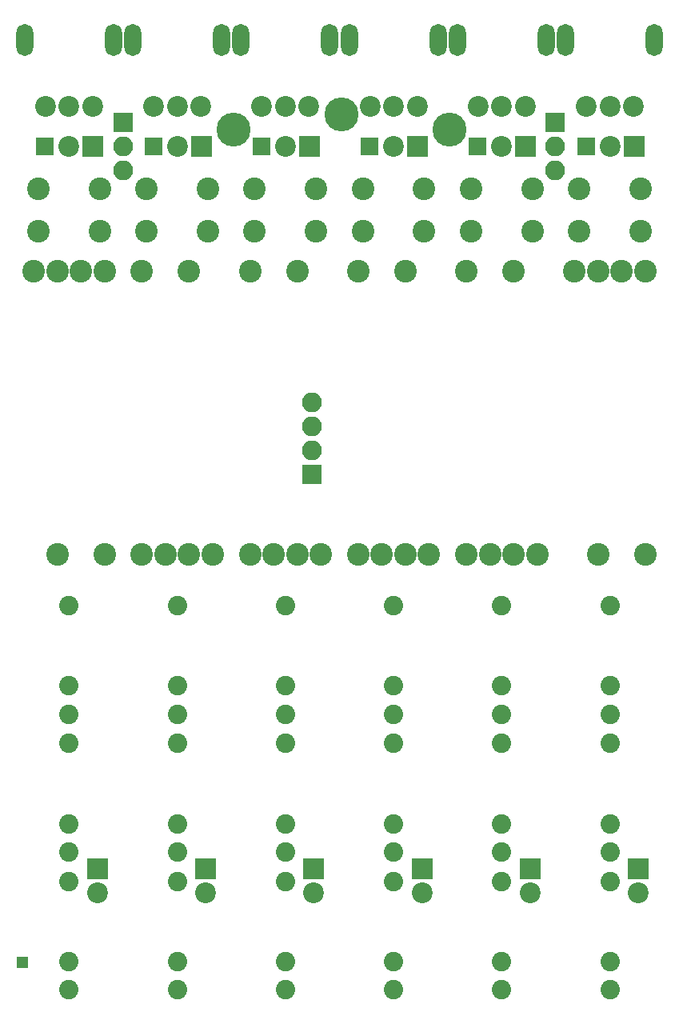
<source format=gbr>
G04 #@! TF.GenerationSoftware,KiCad,Pcbnew,(5.0.0-3-g5ebb6b6)*
G04 #@! TF.CreationDate,2019-01-01T15:02:40-08:00*
G04 #@! TF.ProjectId,Stages,5374616765732E6B696361645F706362,rev?*
G04 #@! TF.SameCoordinates,Original*
G04 #@! TF.FileFunction,Soldermask,Bot*
G04 #@! TF.FilePolarity,Negative*
%FSLAX46Y46*%
G04 Gerber Fmt 4.6, Leading zero omitted, Abs format (unit mm)*
G04 Created by KiCad (PCBNEW (5.0.0-3-g5ebb6b6)) date Tuesday, January 01, 2019 at 03:02:40 PM*
%MOMM*%
%LPD*%
G01*
G04 APERTURE LIST*
%ADD10C,2.050000*%
%ADD11O,2.100000X2.100000*%
%ADD12R,2.100000X2.100000*%
%ADD13C,2.200000*%
%ADD14R,2.200000X2.200000*%
%ADD15R,1.924000X1.924000*%
%ADD16C,2.400000*%
%ADD17O,1.800000X3.400000*%
%ADD18C,3.600000*%
%ADD19R,1.250000X1.250000*%
G04 APERTURE END LIST*
D10*
G04 #@! TO.C,J1*
X164050000Y-152000000D03*
X164050000Y-149000000D03*
X164050000Y-140500000D03*
G04 #@! TD*
G04 #@! TO.C,J2*
X152600000Y-140500000D03*
X152600000Y-149000000D03*
X152600000Y-152000000D03*
G04 #@! TD*
G04 #@! TO.C,J3*
X141150000Y-152000000D03*
X141150000Y-149000000D03*
X141150000Y-140500000D03*
G04 #@! TD*
G04 #@! TO.C,J4*
X129700000Y-140500000D03*
X129700000Y-149000000D03*
X129700000Y-152000000D03*
G04 #@! TD*
G04 #@! TO.C,J5*
X118250000Y-152000000D03*
X118250000Y-149000000D03*
X118250000Y-140500000D03*
G04 #@! TD*
G04 #@! TO.C,J6*
X106800000Y-140500000D03*
X106800000Y-149000000D03*
X106800000Y-152000000D03*
G04 #@! TD*
G04 #@! TO.C,J7*
X164050000Y-125900000D03*
X164050000Y-134400000D03*
X164050000Y-137400000D03*
G04 #@! TD*
G04 #@! TO.C,J8*
X152600000Y-125900000D03*
X152600000Y-134400000D03*
X152600000Y-137400000D03*
G04 #@! TD*
G04 #@! TO.C,J9*
X141150000Y-137400000D03*
X141150000Y-134400000D03*
X141150000Y-125900000D03*
G04 #@! TD*
G04 #@! TO.C,J10*
X129700000Y-125900000D03*
X129700000Y-134400000D03*
X129700000Y-137400000D03*
G04 #@! TD*
G04 #@! TO.C,J11*
X118250000Y-137400000D03*
X118250000Y-134400000D03*
X118250000Y-125900000D03*
G04 #@! TD*
G04 #@! TO.C,J12*
X106800000Y-137400000D03*
X106800000Y-134400000D03*
X106800000Y-125900000D03*
G04 #@! TD*
G04 #@! TO.C,J13*
X164050000Y-122800000D03*
X164050000Y-119800000D03*
X164050000Y-111300000D03*
G04 #@! TD*
G04 #@! TO.C,J14*
X152600000Y-122800000D03*
X152600000Y-119800000D03*
X152600000Y-111300000D03*
G04 #@! TD*
G04 #@! TO.C,J15*
X141150000Y-111300000D03*
X141150000Y-119800000D03*
X141150000Y-122800000D03*
G04 #@! TD*
G04 #@! TO.C,J16*
X129700000Y-111300000D03*
X129700000Y-119800000D03*
X129700000Y-122800000D03*
G04 #@! TD*
G04 #@! TO.C,J17*
X118250000Y-111300000D03*
X118250000Y-119800000D03*
X118250000Y-122800000D03*
G04 #@! TD*
G04 #@! TO.C,J18*
X106800000Y-122800000D03*
X106800000Y-119800000D03*
X106800000Y-111300000D03*
G04 #@! TD*
D11*
G04 #@! TO.C,JP3*
X158242000Y-65278000D03*
X158242000Y-62738000D03*
D12*
X158242000Y-60198000D03*
G04 #@! TD*
G04 #@! TO.C,JP4*
X112522000Y-60198000D03*
D11*
X112522000Y-62738000D03*
X112522000Y-65278000D03*
G04 #@! TD*
D12*
G04 #@! TO.C,JP6*
X132500000Y-97480000D03*
D11*
X132500000Y-94940000D03*
X132500000Y-92400000D03*
X132500000Y-89860000D03*
G04 #@! TD*
D13*
G04 #@! TO.C,LED1*
X167050000Y-141690000D03*
D14*
X167050000Y-139150000D03*
G04 #@! TD*
G04 #@! TO.C,LED2*
X144150000Y-139150000D03*
D13*
X144150000Y-141690000D03*
G04 #@! TD*
D14*
G04 #@! TO.C,LED3*
X132700000Y-139150000D03*
D13*
X132700000Y-141690000D03*
G04 #@! TD*
D14*
G04 #@! TO.C,LED4*
X109800000Y-139150000D03*
D13*
X109800000Y-141690000D03*
G04 #@! TD*
G04 #@! TO.C,LED5*
X155600000Y-141690000D03*
D14*
X155600000Y-139150000D03*
G04 #@! TD*
D13*
G04 #@! TO.C,LED6*
X121250000Y-141690000D03*
D14*
X121250000Y-139150000D03*
G04 #@! TD*
D13*
G04 #@! TO.C,LED7*
X164050000Y-62700000D03*
D14*
X166590000Y-62700000D03*
D15*
X161510000Y-62700000D03*
G04 #@! TD*
G04 #@! TO.C,LED8*
X150060000Y-62700000D03*
D14*
X155140000Y-62700000D03*
D13*
X152600000Y-62700000D03*
G04 #@! TD*
G04 #@! TO.C,LED9*
X141150000Y-62700000D03*
D14*
X143690000Y-62700000D03*
D15*
X138610000Y-62700000D03*
G04 #@! TD*
G04 #@! TO.C,LED10*
X127160000Y-62700000D03*
D14*
X132240000Y-62700000D03*
D13*
X129700000Y-62700000D03*
G04 #@! TD*
G04 #@! TO.C,LED11*
X118250000Y-62700000D03*
D14*
X120790000Y-62700000D03*
D15*
X115710000Y-62700000D03*
G04 #@! TD*
G04 #@! TO.C,LED12*
X104260000Y-62700000D03*
D14*
X109340000Y-62700000D03*
D13*
X106800000Y-62700000D03*
G04 #@! TD*
D16*
G04 #@! TO.C,R78*
X165300000Y-75900000D03*
X167800000Y-105900000D03*
X167800000Y-75900000D03*
X162800000Y-105900000D03*
X160300000Y-75900000D03*
X162800000Y-75900000D03*
G04 #@! TD*
G04 #@! TO.C,R79*
X153850000Y-105900000D03*
X156350000Y-105900000D03*
X153850000Y-75900000D03*
X148850000Y-105900000D03*
X148850000Y-75900000D03*
X151350000Y-105900000D03*
G04 #@! TD*
G04 #@! TO.C,R80*
X139900000Y-105900000D03*
X137400000Y-75900000D03*
X137400000Y-105900000D03*
X142400000Y-75900000D03*
X144900000Y-105900000D03*
X142400000Y-105900000D03*
G04 #@! TD*
G04 #@! TO.C,R81*
X130950000Y-105900000D03*
X133450000Y-105900000D03*
X130950000Y-75900000D03*
X125950000Y-105900000D03*
X125950000Y-75900000D03*
X128450000Y-105900000D03*
G04 #@! TD*
G04 #@! TO.C,R82*
X117000000Y-105900000D03*
X114500000Y-75900000D03*
X114500000Y-105900000D03*
X119500000Y-75900000D03*
X122000000Y-105900000D03*
X119500000Y-105900000D03*
G04 #@! TD*
G04 #@! TO.C,R83*
X105550000Y-75900000D03*
X103050000Y-75900000D03*
X105550000Y-105900000D03*
X110550000Y-75900000D03*
X110550000Y-105900000D03*
X108050000Y-75900000D03*
G04 #@! TD*
G04 #@! TO.C,SW1*
X160800000Y-67200000D03*
X167300000Y-67200000D03*
X160800000Y-71700000D03*
X167300000Y-71700000D03*
G04 #@! TD*
G04 #@! TO.C,SW2*
X155850000Y-71700000D03*
X149350000Y-71700000D03*
X155850000Y-67200000D03*
X149350000Y-67200000D03*
G04 #@! TD*
G04 #@! TO.C,SW3*
X144400000Y-71700000D03*
X137900000Y-71700000D03*
X144400000Y-67200000D03*
X137900000Y-67200000D03*
G04 #@! TD*
G04 #@! TO.C,SW4*
X126450000Y-67200000D03*
X132950000Y-67200000D03*
X126450000Y-71700000D03*
X132950000Y-71700000D03*
G04 #@! TD*
G04 #@! TO.C,SW5*
X121500000Y-71700000D03*
X115000000Y-71700000D03*
X121500000Y-67200000D03*
X115000000Y-67200000D03*
G04 #@! TD*
G04 #@! TO.C,SW6*
X103550000Y-67200000D03*
X110050000Y-67200000D03*
X103550000Y-71700000D03*
X110050000Y-71700000D03*
G04 #@! TD*
D17*
G04 #@! TO.C,R84*
X159350000Y-51500000D03*
X168750000Y-51500000D03*
D13*
X161550000Y-58500000D03*
X164050000Y-58500000D03*
X166550000Y-58500000D03*
G04 #@! TD*
G04 #@! TO.C,R85*
X155100000Y-58500000D03*
X152600000Y-58500000D03*
X150100000Y-58500000D03*
D17*
X157300000Y-51500000D03*
X147900000Y-51500000D03*
G04 #@! TD*
G04 #@! TO.C,R86*
X136450000Y-51500000D03*
X145850000Y-51500000D03*
D13*
X138650000Y-58500000D03*
X141150000Y-58500000D03*
X143650000Y-58500000D03*
G04 #@! TD*
G04 #@! TO.C,R87*
X132200000Y-58500000D03*
X129700000Y-58500000D03*
X127200000Y-58500000D03*
D17*
X134400000Y-51500000D03*
X125000000Y-51500000D03*
G04 #@! TD*
G04 #@! TO.C,R88*
X113550000Y-51500000D03*
X122950000Y-51500000D03*
D13*
X115750000Y-58500000D03*
X118250000Y-58500000D03*
X120750000Y-58500000D03*
G04 #@! TD*
G04 #@! TO.C,R89*
X109300000Y-58500000D03*
X106800000Y-58500000D03*
X104300000Y-58500000D03*
D17*
X111500000Y-51500000D03*
X102100000Y-51500000D03*
G04 #@! TD*
D18*
G04 #@! TO.C,MH1*
X147034999Y-60941200D03*
G04 #@! TD*
G04 #@! TO.C,MH2*
X124177476Y-60941306D03*
G04 #@! TD*
G04 #@! TO.C,MH3*
X135608060Y-59354720D03*
G04 #@! TD*
D19*
G04 #@! TO.C,MH4*
X101854000Y-149098000D03*
G04 #@! TD*
M02*

</source>
